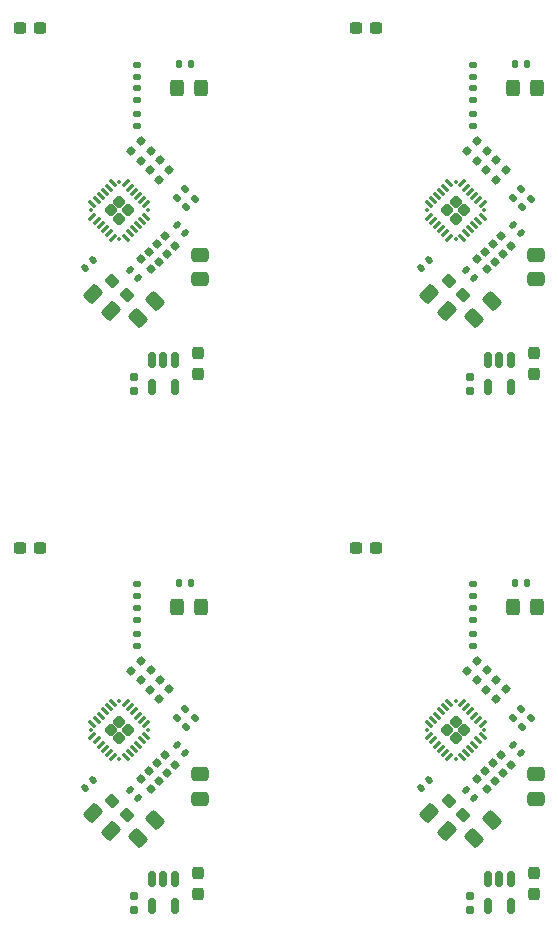
<source format=gtp>
G04 #@! TF.GenerationSoftware,KiCad,Pcbnew,9.0.4*
G04 #@! TF.CreationDate,2025-08-20T18:38:41-04:00*
G04 #@! TF.ProjectId,jlc_pcba,6a6c635f-7063-4626-912e-6b696361645f,rev?*
G04 #@! TF.SameCoordinates,Original*
G04 #@! TF.FileFunction,Paste,Top*
G04 #@! TF.FilePolarity,Positive*
%FSLAX46Y46*%
G04 Gerber Fmt 4.6, Leading zero omitted, Abs format (unit mm)*
G04 Created by KiCad (PCBNEW 9.0.4) date 2025-08-20 18:38:41*
%MOMM*%
%LPD*%
G01*
G04 APERTURE LIST*
G04 Aperture macros list*
%AMRoundRect*
0 Rectangle with rounded corners*
0 $1 Rounding radius*
0 $2 $3 $4 $5 $6 $7 $8 $9 X,Y pos of 4 corners*
0 Add a 4 corners polygon primitive as box body*
4,1,4,$2,$3,$4,$5,$6,$7,$8,$9,$2,$3,0*
0 Add four circle primitives for the rounded corners*
1,1,$1+$1,$2,$3*
1,1,$1+$1,$4,$5*
1,1,$1+$1,$6,$7*
1,1,$1+$1,$8,$9*
0 Add four rect primitives between the rounded corners*
20,1,$1+$1,$2,$3,$4,$5,0*
20,1,$1+$1,$4,$5,$6,$7,0*
20,1,$1+$1,$6,$7,$8,$9,0*
20,1,$1+$1,$8,$9,$2,$3,0*%
%AMFreePoly0*
4,1,25,0.251037,0.433748,0.282717,0.409439,0.409439,0.282717,0.449030,0.214145,0.454242,0.174554,0.454242,-0.174554,0.433748,-0.251037,0.409439,-0.282717,0.282717,-0.409439,0.214145,-0.449030,0.174554,-0.454242,-0.174554,-0.454242,-0.251037,-0.433748,-0.282717,-0.409439,-0.409439,-0.282717,-0.449030,-0.214145,-0.454242,-0.174554,-0.454242,0.174554,-0.433748,0.251037,-0.409439,0.282717,
-0.282717,0.409439,-0.214145,0.449030,-0.174554,0.454242,0.174554,0.454242,0.251037,0.433748,0.251037,0.433748,$1*%
G04 Aperture macros list end*
%ADD10RoundRect,0.160000X-0.026517X-0.252791X0.252791X0.026517X0.026517X0.252791X-0.252791X-0.026517X0*%
%ADD11RoundRect,0.140000X-0.219203X-0.021213X-0.021213X-0.219203X0.219203X0.021213X0.021213X0.219203X0*%
%ADD12FreePoly0,135.000000*%
%ADD13RoundRect,0.062500X0.274004X-0.185616X-0.185616X0.274004X-0.274004X0.185616X0.185616X-0.274004X0*%
%ADD14RoundRect,0.062500X0.274004X0.185616X0.185616X0.274004X-0.274004X-0.185616X-0.185616X-0.274004X0*%
%ADD15RoundRect,0.062500X0.088388X0.000000X0.000000X0.088388X-0.088388X0.000000X0.000000X-0.088388X0*%
%ADD16RoundRect,0.160000X-0.252791X0.026517X0.026517X-0.252791X0.252791X-0.026517X-0.026517X0.252791X0*%
%ADD17RoundRect,0.135000X-0.135000X-0.185000X0.135000X-0.185000X0.135000X0.185000X-0.135000X0.185000X0*%
%ADD18RoundRect,0.140000X-0.021213X0.219203X-0.219203X0.021213X0.021213X-0.219203X0.219203X-0.021213X0*%
%ADD19RoundRect,0.237500X0.380070X-0.044194X-0.044194X0.380070X-0.380070X0.044194X0.044194X-0.380070X0*%
%ADD20RoundRect,0.150000X-0.150000X0.512500X-0.150000X-0.512500X0.150000X-0.512500X0.150000X0.512500X0*%
%ADD21RoundRect,0.135000X0.185000X-0.135000X0.185000X0.135000X-0.185000X0.135000X-0.185000X-0.135000X0*%
%ADD22RoundRect,0.250000X-0.475000X0.337500X-0.475000X-0.337500X0.475000X-0.337500X0.475000X0.337500X0*%
%ADD23RoundRect,0.135000X-0.185000X0.135000X-0.185000X-0.135000X0.185000X-0.135000X0.185000X0.135000X0*%
%ADD24RoundRect,0.135000X-0.035355X0.226274X-0.226274X0.035355X0.035355X-0.226274X0.226274X-0.035355X0*%
%ADD25RoundRect,0.237500X0.300000X0.237500X-0.300000X0.237500X-0.300000X-0.237500X0.300000X-0.237500X0*%
%ADD26RoundRect,0.250000X-0.574524X-0.097227X-0.097227X-0.574524X0.574524X0.097227X0.097227X0.574524X0*%
%ADD27RoundRect,0.250000X-0.325000X-0.450000X0.325000X-0.450000X0.325000X0.450000X-0.325000X0.450000X0*%
%ADD28RoundRect,0.160000X-0.160000X0.197500X-0.160000X-0.197500X0.160000X-0.197500X0.160000X0.197500X0*%
%ADD29RoundRect,0.237500X0.237500X-0.300000X0.237500X0.300000X-0.237500X0.300000X-0.237500X-0.300000X0*%
%ADD30RoundRect,0.135000X0.035355X-0.226274X0.226274X-0.035355X-0.035355X0.226274X-0.226274X0.035355X0*%
%ADD31RoundRect,0.250000X-0.097227X0.574524X-0.574524X0.097227X0.097227X-0.574524X0.574524X-0.097227X0*%
G04 APERTURE END LIST*
D10*
G04 #@! TO.C,R110*
X23047496Y-18210004D03*
X22202504Y-19054996D03*
G04 #@! TD*
D11*
G04 #@! TO.C,C116*
X22085589Y-73093089D03*
X22764411Y-73771911D03*
G04 #@! TD*
D12*
G04 #@! TO.C,TAC5212*
X49670514Y-68752896D03*
X50359943Y-68063467D03*
X48981085Y-68063467D03*
X49670514Y-67374038D03*
D13*
X50192005Y-70352725D03*
X50545559Y-69999172D03*
X50899112Y-69645618D03*
X51252665Y-69292065D03*
X51606219Y-68938512D03*
X51959772Y-68584958D03*
D14*
X51959772Y-67541976D03*
X51606219Y-67188422D03*
X51252665Y-66834869D03*
X50899112Y-66481316D03*
X50545559Y-66127762D03*
X50192005Y-65774209D03*
D13*
X49149023Y-65774209D03*
X48795469Y-66127762D03*
X48441916Y-66481316D03*
X48088363Y-66834869D03*
X47734809Y-67188422D03*
X47381256Y-67541976D03*
D14*
X47381256Y-68584958D03*
X47734809Y-68938512D03*
X48088363Y-69292065D03*
X48441916Y-69645618D03*
X48795469Y-69999172D03*
X49149023Y-70352725D03*
D15*
X49670514Y-70495914D03*
X52102961Y-68063467D03*
X49670514Y-65631020D03*
X47238067Y-68063467D03*
G04 #@! TD*
D16*
G04 #@! TO.C,R117*
X53665455Y-27715414D03*
X52820463Y-26870422D03*
G04 #@! TD*
D17*
G04 #@! TO.C,R126*
X26215000Y-55632500D03*
X27235000Y-55632500D03*
G04 #@! TD*
D10*
G04 #@! TO.C,R113*
X24647496Y-19810004D03*
X23802504Y-20654996D03*
G04 #@! TD*
D18*
G04 #@! TO.C,C109*
X47424411Y-72293089D03*
X46745589Y-72971911D03*
G04 #@! TD*
D19*
G04 #@! TO.C,C119*
X21834880Y-75242380D03*
X20615120Y-74022620D03*
G04 #@! TD*
D11*
G04 #@! TO.C,C112*
X54545589Y-69293089D03*
X55224411Y-69971911D03*
G04 #@! TD*
D10*
G04 #@! TO.C,R114*
X53907496Y-64610004D03*
X53062504Y-65454996D03*
G04 #@! TD*
D20*
G04 #@! TO.C,U108*
X54335000Y-36695000D03*
X53385000Y-36695000D03*
X52435000Y-36695000D03*
X52435000Y-38970000D03*
X54335000Y-38970000D03*
G04 #@! TD*
D16*
G04 #@! TO.C,R119*
X52321952Y-29058917D03*
X51476960Y-28213925D03*
G04 #@! TD*
D10*
G04 #@! TO.C,R110*
X51507496Y-62210004D03*
X50662504Y-63054996D03*
G04 #@! TD*
G04 #@! TO.C,R114*
X53907496Y-20610004D03*
X53062504Y-21454996D03*
G04 #@! TD*
G04 #@! TO.C,R112*
X23847496Y-63010004D03*
X23002504Y-63854996D03*
G04 #@! TD*
D16*
G04 #@! TO.C,R115*
X52993704Y-72387166D03*
X52148712Y-71542174D03*
G04 #@! TD*
D21*
G04 #@! TO.C,R123*
X51185000Y-12742500D03*
X51185000Y-11722500D03*
G04 #@! TD*
D10*
G04 #@! TO.C,R112*
X52307496Y-19010004D03*
X51462504Y-19854996D03*
G04 #@! TD*
D22*
G04 #@! TO.C,C111*
X56485000Y-71795000D03*
X56485000Y-73870000D03*
G04 #@! TD*
D23*
G04 #@! TO.C,R124*
X51185000Y-15922500D03*
X51185000Y-16942500D03*
G04 #@! TD*
D19*
G04 #@! TO.C,C119*
X50294880Y-31242380D03*
X49075120Y-30022620D03*
G04 #@! TD*
D16*
G04 #@! TO.C,R118*
X25877207Y-71043663D03*
X25032215Y-70198671D03*
G04 #@! TD*
D22*
G04 #@! TO.C,C111*
X56485000Y-27795000D03*
X56485000Y-29870000D03*
G04 #@! TD*
D24*
G04 #@! TO.C,R120*
X26785624Y-66271876D03*
X26064376Y-66993124D03*
G04 #@! TD*
D25*
G04 #@! TO.C,C118*
X42947500Y-8632500D03*
X41222500Y-8632500D03*
G04 #@! TD*
D24*
G04 #@! TO.C,R120*
X55245624Y-66271876D03*
X54524376Y-66993124D03*
G04 #@! TD*
D26*
G04 #@! TO.C,C108*
X47451377Y-31098877D03*
X48918623Y-32566123D03*
G04 #@! TD*
D25*
G04 #@! TO.C,C118*
X14487500Y-8632500D03*
X12762500Y-8632500D03*
G04 #@! TD*
D26*
G04 #@! TO.C,C108*
X18991377Y-75098877D03*
X20458623Y-76566123D03*
G04 #@! TD*
D27*
G04 #@! TO.C,D116*
X26075000Y-57657500D03*
X28125000Y-57657500D03*
G04 #@! TD*
D17*
G04 #@! TO.C,R126*
X54675000Y-11632500D03*
X55695000Y-11632500D03*
G04 #@! TD*
D26*
G04 #@! TO.C,C108*
X18991377Y-31098877D03*
X20458623Y-32566123D03*
G04 #@! TD*
D16*
G04 #@! TO.C,R118*
X54337207Y-27043663D03*
X53492215Y-26198671D03*
G04 #@! TD*
D21*
G04 #@! TO.C,R123*
X51185000Y-56742500D03*
X51185000Y-55722500D03*
G04 #@! TD*
D16*
G04 #@! TO.C,R118*
X25877207Y-27043663D03*
X25032215Y-26198671D03*
G04 #@! TD*
D28*
G04 #@! TO.C,R125*
X50885000Y-83330000D03*
X50885000Y-82135000D03*
G04 #@! TD*
D16*
G04 #@! TO.C,R115*
X24533704Y-72387166D03*
X23688712Y-71542174D03*
G04 #@! TD*
D29*
G04 #@! TO.C,C128*
X27825000Y-81895000D03*
X27825000Y-80170000D03*
G04 #@! TD*
D17*
G04 #@! TO.C,R126*
X26215000Y-11632500D03*
X27235000Y-11632500D03*
G04 #@! TD*
D21*
G04 #@! TO.C,R123*
X22725000Y-56742500D03*
X22725000Y-55722500D03*
G04 #@! TD*
D24*
G04 #@! TO.C,R120*
X55245624Y-22271876D03*
X54524376Y-22993124D03*
G04 #@! TD*
D30*
G04 #@! TO.C,R121*
X55324376Y-23793124D03*
X56045624Y-23071876D03*
G04 #@! TD*
D18*
G04 #@! TO.C,C109*
X18964411Y-28293089D03*
X18285589Y-28971911D03*
G04 #@! TD*
D25*
G04 #@! TO.C,C118*
X14487500Y-52632500D03*
X12762500Y-52632500D03*
G04 #@! TD*
D10*
G04 #@! TO.C,R114*
X25447496Y-20610004D03*
X24602504Y-21454996D03*
G04 #@! TD*
D29*
G04 #@! TO.C,C128*
X27825000Y-37895000D03*
X27825000Y-36170000D03*
G04 #@! TD*
D17*
G04 #@! TO.C,R126*
X54675000Y-55632500D03*
X55695000Y-55632500D03*
G04 #@! TD*
D29*
G04 #@! TO.C,C128*
X56285000Y-81895000D03*
X56285000Y-80170000D03*
G04 #@! TD*
D16*
G04 #@! TO.C,R119*
X52321952Y-73058917D03*
X51476960Y-72213925D03*
G04 #@! TD*
G04 #@! TO.C,R117*
X25205455Y-71715414D03*
X24360463Y-70870422D03*
G04 #@! TD*
D11*
G04 #@! TO.C,C116*
X22085589Y-29093089D03*
X22764411Y-29771911D03*
G04 #@! TD*
D28*
G04 #@! TO.C,R125*
X22425000Y-39330000D03*
X22425000Y-38135000D03*
G04 #@! TD*
D29*
G04 #@! TO.C,C128*
X56285000Y-37895000D03*
X56285000Y-36170000D03*
G04 #@! TD*
D11*
G04 #@! TO.C,C116*
X50545589Y-73093089D03*
X51224411Y-73771911D03*
G04 #@! TD*
D23*
G04 #@! TO.C,R124*
X22725000Y-15922500D03*
X22725000Y-16942500D03*
G04 #@! TD*
D12*
G04 #@! TO.C,TAC5212*
X49670514Y-24752896D03*
X50359943Y-24063467D03*
X48981085Y-24063467D03*
X49670514Y-23374038D03*
D13*
X50192005Y-26352725D03*
X50545559Y-25999172D03*
X50899112Y-25645618D03*
X51252665Y-25292065D03*
X51606219Y-24938512D03*
X51959772Y-24584958D03*
D14*
X51959772Y-23541976D03*
X51606219Y-23188422D03*
X51252665Y-22834869D03*
X50899112Y-22481316D03*
X50545559Y-22127762D03*
X50192005Y-21774209D03*
D13*
X49149023Y-21774209D03*
X48795469Y-22127762D03*
X48441916Y-22481316D03*
X48088363Y-22834869D03*
X47734809Y-23188422D03*
X47381256Y-23541976D03*
D14*
X47381256Y-24584958D03*
X47734809Y-24938512D03*
X48088363Y-25292065D03*
X48441916Y-25645618D03*
X48795469Y-25999172D03*
X49149023Y-26352725D03*
D15*
X49670514Y-26495914D03*
X52102961Y-24063467D03*
X49670514Y-21631020D03*
X47238067Y-24063467D03*
G04 #@! TD*
D18*
G04 #@! TO.C,C109*
X18964411Y-72293089D03*
X18285589Y-72971911D03*
G04 #@! TD*
D16*
G04 #@! TO.C,R118*
X54337207Y-71043663D03*
X53492215Y-70198671D03*
G04 #@! TD*
D27*
G04 #@! TO.C,D116*
X26075000Y-13657500D03*
X28125000Y-13657500D03*
G04 #@! TD*
D10*
G04 #@! TO.C,R110*
X23047496Y-62210004D03*
X22202504Y-63054996D03*
G04 #@! TD*
D19*
G04 #@! TO.C,C119*
X21834880Y-31242380D03*
X20615120Y-30022620D03*
G04 #@! TD*
D11*
G04 #@! TO.C,C112*
X26085589Y-25293089D03*
X26764411Y-25971911D03*
G04 #@! TD*
D23*
G04 #@! TO.C,R124*
X22725000Y-59922500D03*
X22725000Y-60942500D03*
G04 #@! TD*
D28*
G04 #@! TO.C,R125*
X50885000Y-39330000D03*
X50885000Y-38135000D03*
G04 #@! TD*
D16*
G04 #@! TO.C,R117*
X53665455Y-71715414D03*
X52820463Y-70870422D03*
G04 #@! TD*
D28*
G04 #@! TO.C,R125*
X22425000Y-83330000D03*
X22425000Y-82135000D03*
G04 #@! TD*
D10*
G04 #@! TO.C,R113*
X53107496Y-63810004D03*
X52262504Y-64654996D03*
G04 #@! TD*
D20*
G04 #@! TO.C,U108*
X25875000Y-36695000D03*
X24925000Y-36695000D03*
X23975000Y-36695000D03*
X23975000Y-38970000D03*
X25875000Y-38970000D03*
G04 #@! TD*
D30*
G04 #@! TO.C,R121*
X26864376Y-67793124D03*
X27585624Y-67071876D03*
G04 #@! TD*
D27*
G04 #@! TO.C,D116*
X54535000Y-57657500D03*
X56585000Y-57657500D03*
G04 #@! TD*
D12*
G04 #@! TO.C,TAC5212*
X21210514Y-24752896D03*
X21899943Y-24063467D03*
X20521085Y-24063467D03*
X21210514Y-23374038D03*
D13*
X21732005Y-26352725D03*
X22085559Y-25999172D03*
X22439112Y-25645618D03*
X22792665Y-25292065D03*
X23146219Y-24938512D03*
X23499772Y-24584958D03*
D14*
X23499772Y-23541976D03*
X23146219Y-23188422D03*
X22792665Y-22834869D03*
X22439112Y-22481316D03*
X22085559Y-22127762D03*
X21732005Y-21774209D03*
D13*
X20689023Y-21774209D03*
X20335469Y-22127762D03*
X19981916Y-22481316D03*
X19628363Y-22834869D03*
X19274809Y-23188422D03*
X18921256Y-23541976D03*
D14*
X18921256Y-24584958D03*
X19274809Y-24938512D03*
X19628363Y-25292065D03*
X19981916Y-25645618D03*
X20335469Y-25999172D03*
X20689023Y-26352725D03*
D15*
X21210514Y-26495914D03*
X23642961Y-24063467D03*
X21210514Y-21631020D03*
X18778067Y-24063467D03*
G04 #@! TD*
D10*
G04 #@! TO.C,R112*
X23847496Y-19010004D03*
X23002504Y-19854996D03*
G04 #@! TD*
D27*
G04 #@! TO.C,D116*
X54535000Y-13657500D03*
X56585000Y-13657500D03*
G04 #@! TD*
D10*
G04 #@! TO.C,R113*
X24647496Y-63810004D03*
X23802504Y-64654996D03*
G04 #@! TD*
D25*
G04 #@! TO.C,C118*
X42947500Y-52632500D03*
X41222500Y-52632500D03*
G04 #@! TD*
D23*
G04 #@! TO.C,R122*
X22725000Y-57722500D03*
X22725000Y-58742500D03*
G04 #@! TD*
D16*
G04 #@! TO.C,R119*
X23861952Y-73058917D03*
X23016960Y-72213925D03*
G04 #@! TD*
D21*
G04 #@! TO.C,R123*
X22725000Y-12742500D03*
X22725000Y-11722500D03*
G04 #@! TD*
D10*
G04 #@! TO.C,R110*
X51507496Y-18210004D03*
X50662504Y-19054996D03*
G04 #@! TD*
D23*
G04 #@! TO.C,R122*
X51185000Y-57722500D03*
X51185000Y-58742500D03*
G04 #@! TD*
D16*
G04 #@! TO.C,R117*
X25205455Y-27715414D03*
X24360463Y-26870422D03*
G04 #@! TD*
D30*
G04 #@! TO.C,R121*
X26864376Y-23793124D03*
X27585624Y-23071876D03*
G04 #@! TD*
D23*
G04 #@! TO.C,R122*
X51185000Y-13722500D03*
X51185000Y-14742500D03*
G04 #@! TD*
D10*
G04 #@! TO.C,R114*
X25447496Y-64610004D03*
X24602504Y-65454996D03*
G04 #@! TD*
G04 #@! TO.C,R112*
X52307496Y-63010004D03*
X51462504Y-63854996D03*
G04 #@! TD*
D26*
G04 #@! TO.C,C108*
X47451377Y-75098877D03*
X48918623Y-76566123D03*
G04 #@! TD*
D31*
G04 #@! TO.C,C115*
X24258623Y-31698877D03*
X22791377Y-33166123D03*
G04 #@! TD*
D22*
G04 #@! TO.C,C111*
X28025000Y-71795000D03*
X28025000Y-73870000D03*
G04 #@! TD*
D31*
G04 #@! TO.C,C115*
X24258623Y-75698877D03*
X22791377Y-77166123D03*
G04 #@! TD*
D16*
G04 #@! TO.C,R115*
X52993704Y-28387166D03*
X52148712Y-27542174D03*
G04 #@! TD*
D31*
G04 #@! TO.C,C115*
X52718623Y-75698877D03*
X51251377Y-77166123D03*
G04 #@! TD*
D20*
G04 #@! TO.C,U108*
X54335000Y-80695000D03*
X53385000Y-80695000D03*
X52435000Y-80695000D03*
X52435000Y-82970000D03*
X54335000Y-82970000D03*
G04 #@! TD*
D24*
G04 #@! TO.C,R120*
X26785624Y-22271876D03*
X26064376Y-22993124D03*
G04 #@! TD*
D11*
G04 #@! TO.C,C112*
X54545589Y-25293089D03*
X55224411Y-25971911D03*
G04 #@! TD*
D31*
G04 #@! TO.C,C115*
X52718623Y-31698877D03*
X51251377Y-33166123D03*
G04 #@! TD*
D11*
G04 #@! TO.C,C112*
X26085589Y-69293089D03*
X26764411Y-69971911D03*
G04 #@! TD*
D30*
G04 #@! TO.C,R121*
X55324376Y-67793124D03*
X56045624Y-67071876D03*
G04 #@! TD*
D16*
G04 #@! TO.C,R115*
X24533704Y-28387166D03*
X23688712Y-27542174D03*
G04 #@! TD*
D11*
G04 #@! TO.C,C116*
X50545589Y-29093089D03*
X51224411Y-29771911D03*
G04 #@! TD*
D12*
G04 #@! TO.C,TAC5212*
X21210514Y-68752896D03*
X21899943Y-68063467D03*
X20521085Y-68063467D03*
X21210514Y-67374038D03*
D13*
X21732005Y-70352725D03*
X22085559Y-69999172D03*
X22439112Y-69645618D03*
X22792665Y-69292065D03*
X23146219Y-68938512D03*
X23499772Y-68584958D03*
D14*
X23499772Y-67541976D03*
X23146219Y-67188422D03*
X22792665Y-66834869D03*
X22439112Y-66481316D03*
X22085559Y-66127762D03*
X21732005Y-65774209D03*
D13*
X20689023Y-65774209D03*
X20335469Y-66127762D03*
X19981916Y-66481316D03*
X19628363Y-66834869D03*
X19274809Y-67188422D03*
X18921256Y-67541976D03*
D14*
X18921256Y-68584958D03*
X19274809Y-68938512D03*
X19628363Y-69292065D03*
X19981916Y-69645618D03*
X20335469Y-69999172D03*
X20689023Y-70352725D03*
D15*
X21210514Y-70495914D03*
X23642961Y-68063467D03*
X21210514Y-65631020D03*
X18778067Y-68063467D03*
G04 #@! TD*
D20*
G04 #@! TO.C,U108*
X25875000Y-80695000D03*
X24925000Y-80695000D03*
X23975000Y-80695000D03*
X23975000Y-82970000D03*
X25875000Y-82970000D03*
G04 #@! TD*
D22*
G04 #@! TO.C,C111*
X28025000Y-27795000D03*
X28025000Y-29870000D03*
G04 #@! TD*
D23*
G04 #@! TO.C,R124*
X51185000Y-59922500D03*
X51185000Y-60942500D03*
G04 #@! TD*
D19*
G04 #@! TO.C,C119*
X50294880Y-75242380D03*
X49075120Y-74022620D03*
G04 #@! TD*
D18*
G04 #@! TO.C,C109*
X47424411Y-28293089D03*
X46745589Y-28971911D03*
G04 #@! TD*
D23*
G04 #@! TO.C,R122*
X22725000Y-13722500D03*
X22725000Y-14742500D03*
G04 #@! TD*
D16*
G04 #@! TO.C,R119*
X23861952Y-29058917D03*
X23016960Y-28213925D03*
G04 #@! TD*
D10*
G04 #@! TO.C,R113*
X53107496Y-19810004D03*
X52262504Y-20654996D03*
G04 #@! TD*
M02*

</source>
